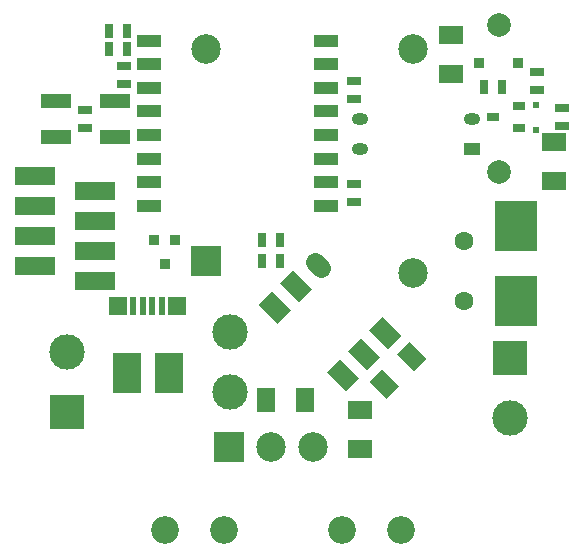
<source format=gbr>
G04 #@! TF.FileFunction,Soldermask,Top*
%FSLAX46Y46*%
G04 Gerber Fmt 4.6, Leading zero omitted, Abs format (unit mm)*
G04 Created by KiCad (PCBNEW 4.0.0~rc1a-stable) date sam. 21 nov. 2015 23:43:42 CET*
%MOMM*%
G01*
G04 APERTURE LIST*
%ADD10C,0.150000*%
%ADD11R,3.000000X3.000000*%
%ADD12C,3.000000*%
%ADD13C,2.500000*%
%ADD14R,2.500000X2.500000*%
%ADD15R,3.497580X1.498600*%
%ADD16R,2.400000X3.480000*%
%ADD17R,1.500000X1.600000*%
%ADD18R,0.500000X1.600000*%
%ADD19R,2.032000X1.524000*%
%ADD20R,1.524000X2.032000*%
%ADD21R,0.635000X1.143000*%
%ADD22R,1.143000X0.635000*%
%ADD23R,3.556000X4.191000*%
%ADD24C,1.574800*%
%ADD25C,1.600000*%
%ADD26R,1.400000X1.000000*%
%ADD27O,1.400000X1.000000*%
%ADD28C,2.000000*%
%ADD29R,2.540000X1.270000*%
%ADD30R,0.914400X0.914400*%
%ADD31R,1.000760X0.800100*%
%ADD32R,0.599440X0.599440*%
%ADD33R,0.850900X0.850900*%
%ADD34R,2.000000X1.000000*%
%ADD35C,2.349500*%
G04 APERTURE END LIST*
D10*
D11*
X51250000Y-76790000D03*
D12*
X51250000Y-71710000D03*
D13*
X63000000Y-46000000D03*
D14*
X63000000Y-64000000D03*
D13*
X80500000Y-65000000D03*
X80500000Y-46000000D03*
D15*
X53540000Y-65695000D03*
X48460000Y-64425000D03*
X53540000Y-63155000D03*
X48460000Y-61885000D03*
X53540000Y-60615000D03*
X48460000Y-59345000D03*
X53540000Y-58075000D03*
X48460000Y-56805000D03*
D16*
X56259000Y-73440000D03*
X59819000Y-73440000D03*
D17*
X60539000Y-67770000D03*
X55539000Y-67770000D03*
D18*
X58439000Y-67770000D03*
X59239000Y-67770000D03*
X57639000Y-67770000D03*
X56839000Y-67770000D03*
D19*
X83750000Y-44849000D03*
X83750000Y-48151000D03*
D10*
G36*
X80237828Y-70825331D02*
X81674669Y-72262172D01*
X80597038Y-73339803D01*
X79160197Y-71902962D01*
X80237828Y-70825331D01*
X80237828Y-70825331D01*
G37*
G36*
X77902962Y-73160197D02*
X79339803Y-74597038D01*
X78262172Y-75674669D01*
X76825331Y-74237828D01*
X77902962Y-73160197D01*
X77902962Y-73160197D01*
G37*
D20*
X71401000Y-75750000D03*
X68099000Y-75750000D03*
D19*
X76000000Y-76599000D03*
X76000000Y-79901000D03*
X92400000Y-57251000D03*
X92400000Y-53949000D03*
D21*
X67738000Y-64000000D03*
X69262000Y-64000000D03*
D22*
X75500000Y-59012000D03*
X75500000Y-57488000D03*
D21*
X67738000Y-62250000D03*
X69262000Y-62250000D03*
D22*
X52750000Y-51238000D03*
X52750000Y-52762000D03*
X93091000Y-51054000D03*
X93091000Y-52578000D03*
D21*
X88012000Y-49250000D03*
X86488000Y-49250000D03*
D12*
X65000000Y-69960000D03*
X65000000Y-75040000D03*
D23*
X89200000Y-67375000D03*
X89200000Y-61025000D03*
D24*
X72673816Y-64581714D02*
X72170922Y-64078820D01*
D10*
G36*
X70374871Y-64761319D02*
X71991317Y-66377765D01*
X70877765Y-67491317D01*
X69261319Y-65874871D01*
X70374871Y-64761319D01*
X70374871Y-64761319D01*
G37*
G36*
X68578820Y-66557370D02*
X70195266Y-68173816D01*
X69081714Y-69287368D01*
X67465268Y-67670922D01*
X68578820Y-66557370D01*
X68578820Y-66557370D01*
G37*
G36*
X74326184Y-72304734D02*
X75942630Y-73921180D01*
X74829078Y-75034732D01*
X73212632Y-73418286D01*
X74326184Y-72304734D01*
X74326184Y-72304734D01*
G37*
G36*
X76122235Y-70508683D02*
X77738681Y-72125129D01*
X76625129Y-73238681D01*
X75008683Y-71622235D01*
X76122235Y-70508683D01*
X76122235Y-70508683D01*
G37*
G36*
X77918286Y-68712632D02*
X79534732Y-70329078D01*
X78421180Y-71442630D01*
X76804734Y-69826184D01*
X77918286Y-68712632D01*
X77918286Y-68712632D01*
G37*
D25*
X84800000Y-67340000D03*
X84800000Y-62260000D03*
D26*
X85500000Y-54540000D03*
D27*
X85500000Y-52000000D03*
X76000000Y-52000000D03*
X76000000Y-54540000D03*
D28*
X87800000Y-56450000D03*
X87800000Y-43970000D03*
D29*
X50250000Y-50476000D03*
X50250000Y-53524000D03*
X55250000Y-50476000D03*
X55250000Y-53524000D03*
D11*
X88750000Y-72210000D03*
D12*
X88750000Y-77290000D03*
D30*
X58611000Y-62234000D03*
X60389000Y-62234000D03*
X59500000Y-64266000D03*
D31*
X87292180Y-51816000D03*
X89491820Y-50863500D03*
X89491820Y-52768500D03*
D22*
X56000000Y-49012000D03*
X56000000Y-47488000D03*
D21*
X56262000Y-44500000D03*
X54738000Y-44500000D03*
X56262000Y-46000000D03*
X54738000Y-46000000D03*
D32*
X90932000Y-50766980D03*
X90932000Y-52865020D03*
D33*
X86076140Y-47250000D03*
X89423860Y-47250000D03*
D22*
X91000000Y-47988000D03*
X91000000Y-49512000D03*
X75500000Y-48738000D03*
X75500000Y-50262000D03*
D34*
X58159000Y-45324000D03*
X58159000Y-47324000D03*
X58159000Y-49324000D03*
X58159000Y-51324000D03*
X58159000Y-53324000D03*
X58159000Y-55324000D03*
X58159000Y-57324000D03*
X58159000Y-59324000D03*
X73159000Y-59324000D03*
X73159000Y-57324000D03*
X73159000Y-55324000D03*
X73159000Y-53324000D03*
X73159000Y-51324000D03*
X73159000Y-49324000D03*
X73159000Y-47324000D03*
X73159000Y-45324000D03*
D14*
X64944000Y-79750000D03*
D13*
X72056000Y-79750000D03*
X68500000Y-79750000D03*
D35*
X74501260Y-86750000D03*
X79499980Y-86750000D03*
X64498740Y-86750000D03*
X59500020Y-86750000D03*
M02*

</source>
